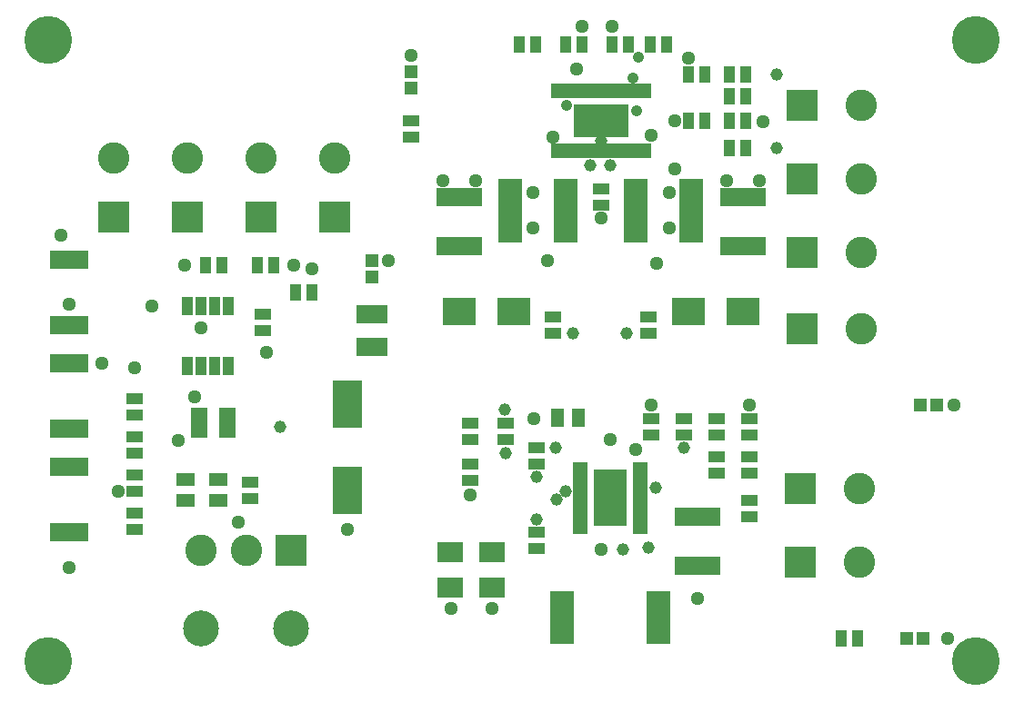
<source format=gts>
G04 (created by PCBNEW (2013-05-31 BZR 4019)-stable) date 7/17/2013 12:30:07 AM*
%MOIN*%
G04 Gerber Fmt 3.4, Leading zero omitted, Abs format*
%FSLAX34Y34*%
G01*
G70*
G90*
G04 APERTURE LIST*
%ADD10C,0.000787402*%
%ADD11R,0.0334646X0.0570866*%
%ADD12R,0.202756X0.123622*%
%ADD13R,0.0637795X0.0334646*%
%ADD14R,0.0570866X0.0334646*%
%ADD15R,0.123622X0.21063*%
%ADD16R,0.040748X0.065748*%
%ADD17R,0.165748X0.070748*%
%ADD18R,0.115748X0.065748*%
%ADD19R,0.095748X0.075748*%
%ADD20R,0.070748X0.050748*%
%ADD21R,0.050748X0.070748*%
%ADD22R,0.060748X0.040748*%
%ADD23R,0.040748X0.060748*%
%ADD24C,0.115748*%
%ADD25R,0.115748X0.115748*%
%ADD26C,0.13189*%
%ADD27R,0.047148X0.047148*%
%ADD28R,0.122047X0.102362*%
%ADD29R,0.0866142X0.19685*%
%ADD30R,0.144488X0.0704724*%
%ADD31R,0.110248X0.173248*%
%ADD32R,0.088548X0.232248*%
%ADD33C,0.175748*%
%ADD34C,0.045748*%
%ADD35C,0.050748*%
%ADD36C,0.041748*%
G04 APERTURE END LIST*
G54D10*
G54D11*
X80528Y-50598D03*
X80272Y-50598D03*
X80016Y-50598D03*
X79760Y-50598D03*
X81292Y-52800D03*
X81296Y-50598D03*
X81040Y-50598D03*
X80784Y-50598D03*
X79504Y-52802D03*
X79760Y-52802D03*
X80016Y-52802D03*
X80272Y-52802D03*
X80528Y-52802D03*
X80784Y-52802D03*
X79504Y-50598D03*
X81040Y-52800D03*
X81552Y-50598D03*
X79248Y-50598D03*
X79248Y-52802D03*
X81552Y-52802D03*
X81807Y-50598D03*
X78993Y-50598D03*
X78993Y-52802D03*
X81807Y-52802D03*
X82063Y-50598D03*
X78737Y-50598D03*
X78737Y-52802D03*
X82063Y-52802D03*
G54D12*
X80400Y-51700D03*
G54D13*
X66715Y-62416D03*
X66715Y-62672D03*
X66715Y-62927D03*
X66715Y-63183D03*
X65684Y-62416D03*
X65684Y-62672D03*
X65684Y-62927D03*
X65684Y-63183D03*
G54D14*
X81852Y-65678D03*
X81852Y-65422D03*
X81852Y-65166D03*
X81852Y-64910D03*
X79650Y-66442D03*
X81852Y-66446D03*
X81852Y-66190D03*
X81852Y-65934D03*
X79648Y-64654D03*
X79648Y-64910D03*
X79648Y-65166D03*
X79648Y-65422D03*
X79648Y-65678D03*
X79648Y-65934D03*
X81852Y-64654D03*
X79650Y-66190D03*
X81852Y-66702D03*
X81852Y-64398D03*
X79648Y-64398D03*
X79648Y-66702D03*
G54D15*
X80753Y-65550D03*
G54D16*
X65250Y-60700D03*
X65750Y-60700D03*
X66250Y-60700D03*
X66750Y-60700D03*
X66750Y-58500D03*
X66250Y-58500D03*
X65750Y-58500D03*
X65250Y-58500D03*
G54D17*
X85600Y-56300D03*
X85600Y-54500D03*
X75200Y-56300D03*
X75200Y-54500D03*
X83950Y-66250D03*
X83950Y-68050D03*
G54D18*
X72000Y-60000D03*
X72000Y-58800D03*
G54D19*
X76420Y-67550D03*
X76420Y-68850D03*
X74880Y-67550D03*
X74880Y-68850D03*
G54D20*
X66373Y-64888D03*
X66373Y-65638D03*
X65192Y-64888D03*
X65192Y-65638D03*
G54D21*
X79575Y-62600D03*
X78825Y-62600D03*
G54D22*
X67554Y-64963D03*
X67554Y-65563D03*
G54D23*
X89200Y-70700D03*
X89800Y-70700D03*
G54D22*
X83450Y-62650D03*
X83450Y-63250D03*
X84650Y-64650D03*
X84650Y-64050D03*
X85850Y-63250D03*
X85850Y-62650D03*
X85850Y-64650D03*
X85850Y-64050D03*
X82250Y-63250D03*
X82250Y-62650D03*
X75600Y-62800D03*
X75600Y-63400D03*
X63300Y-66700D03*
X63300Y-66100D03*
X73450Y-52300D03*
X73450Y-51700D03*
G54D23*
X85700Y-51700D03*
X85100Y-51700D03*
X77400Y-48900D03*
X78000Y-48900D03*
X82200Y-48900D03*
X82800Y-48900D03*
G54D22*
X63300Y-61900D03*
X63300Y-62500D03*
X63300Y-63300D03*
X63300Y-63900D03*
X63300Y-64700D03*
X63300Y-65300D03*
G54D23*
X79100Y-48900D03*
X79700Y-48900D03*
X81400Y-48900D03*
X80800Y-48900D03*
G54D22*
X78050Y-67400D03*
X78050Y-66800D03*
X78050Y-63700D03*
X78050Y-64300D03*
G54D23*
X69200Y-58000D03*
X69800Y-58000D03*
X67800Y-57000D03*
X68400Y-57000D03*
G54D22*
X68000Y-58800D03*
X68000Y-59400D03*
G54D23*
X66500Y-57000D03*
X65900Y-57000D03*
G54D22*
X85850Y-66250D03*
X85850Y-65650D03*
X84650Y-62650D03*
X84650Y-63250D03*
X80400Y-54200D03*
X80400Y-54800D03*
X78650Y-59500D03*
X78650Y-58900D03*
X82150Y-59500D03*
X82150Y-58900D03*
G54D24*
X65746Y-67462D03*
X67400Y-67462D03*
G54D25*
X69053Y-67462D03*
G54D26*
X65746Y-70337D03*
X69053Y-70337D03*
G54D25*
X87717Y-65200D03*
G54D24*
X89882Y-65200D03*
G54D25*
X62550Y-55232D03*
G54D24*
X62550Y-53067D03*
G54D25*
X87767Y-59350D03*
G54D24*
X89932Y-59350D03*
G54D25*
X87717Y-67900D03*
G54D24*
X89882Y-67900D03*
G54D25*
X65250Y-55232D03*
G54D24*
X65250Y-53067D03*
G54D25*
X67950Y-55232D03*
G54D24*
X67950Y-53067D03*
G54D25*
X70650Y-55232D03*
G54D24*
X70650Y-53067D03*
G54D25*
X87767Y-56550D03*
G54D24*
X89932Y-56550D03*
G54D25*
X87767Y-51150D03*
G54D24*
X89932Y-51150D03*
G54D25*
X87767Y-53850D03*
G54D24*
X89932Y-53850D03*
G54D27*
X92105Y-62150D03*
X92695Y-62150D03*
X91605Y-70700D03*
X92195Y-70700D03*
X73450Y-50495D03*
X73450Y-49905D03*
X72000Y-57445D03*
X72000Y-56855D03*
G54D28*
X75196Y-58700D03*
X77203Y-58700D03*
X83596Y-58700D03*
X85603Y-58700D03*
G54D29*
X78978Y-69950D03*
X82521Y-69950D03*
G54D30*
X60900Y-56803D03*
X60900Y-59196D03*
X60900Y-62996D03*
X60900Y-60603D03*
X60900Y-66796D03*
X60900Y-64403D03*
G54D31*
X71100Y-62125D03*
X71100Y-65275D03*
G54D32*
X81686Y-55000D03*
X83714Y-55000D03*
X79114Y-55000D03*
X77086Y-55000D03*
G54D22*
X76900Y-62800D03*
X76900Y-63400D03*
G54D23*
X85700Y-52700D03*
X85100Y-52700D03*
X85700Y-50000D03*
X85100Y-50000D03*
X85700Y-50800D03*
X85100Y-50800D03*
G54D22*
X75600Y-64300D03*
X75600Y-64900D03*
G54D23*
X84200Y-51700D03*
X83600Y-51700D03*
X84200Y-50000D03*
X83600Y-50000D03*
G54D33*
X94150Y-48750D03*
X60150Y-48750D03*
X60150Y-71550D03*
X94150Y-71550D03*
G54D34*
X68650Y-62950D03*
X76890Y-62300D03*
X86830Y-52700D03*
X86830Y-50000D03*
G54D35*
X65750Y-59301D03*
X65514Y-61827D03*
X63301Y-60781D03*
X62123Y-60603D03*
X63932Y-58500D03*
X60900Y-58440D03*
X81678Y-63780D03*
X80400Y-67450D03*
X80750Y-63400D03*
X72600Y-56850D03*
X82250Y-62150D03*
X80450Y-66250D03*
X80450Y-65500D03*
X80450Y-64750D03*
X74900Y-69600D03*
X76400Y-69600D03*
X75800Y-53900D03*
X74600Y-53900D03*
X77900Y-55650D03*
X77900Y-54350D03*
X86200Y-53900D03*
X85000Y-53900D03*
X82900Y-54350D03*
X82900Y-55650D03*
X80400Y-55275D03*
X79525Y-49800D03*
X83600Y-49425D03*
X83100Y-51700D03*
X81050Y-52000D03*
X80400Y-52000D03*
X79700Y-52000D03*
X81050Y-51400D03*
X80400Y-51400D03*
X79700Y-51400D03*
X85850Y-62150D03*
X77950Y-62650D03*
X75600Y-65450D03*
X62700Y-65300D03*
X67100Y-66450D03*
X64900Y-63450D03*
X68150Y-60200D03*
X69800Y-57150D03*
X69150Y-57000D03*
X65150Y-57000D03*
X73450Y-49300D03*
X80800Y-48250D03*
X79700Y-48250D03*
X93350Y-62150D03*
X93100Y-70700D03*
X83950Y-69250D03*
X71100Y-66700D03*
X60900Y-68100D03*
X60600Y-55900D03*
G54D34*
X79095Y-65301D03*
X78051Y-64776D03*
X83450Y-63700D03*
X82400Y-65175D03*
X81200Y-67450D03*
X76900Y-63900D03*
X78048Y-66342D03*
X78765Y-65622D03*
X78759Y-63707D03*
X82160Y-67370D03*
X81350Y-59500D03*
X80750Y-53350D03*
X80025Y-53350D03*
X79375Y-59500D03*
G54D35*
X78650Y-52300D03*
X78450Y-56850D03*
G54D36*
X81694Y-51338D03*
X79150Y-51150D03*
G54D34*
X80400Y-52450D03*
G54D35*
X82250Y-52250D03*
X82450Y-56950D03*
G54D36*
X81784Y-49384D03*
X81564Y-50148D03*
G54D35*
X86350Y-51750D03*
X83120Y-53490D03*
M02*

</source>
